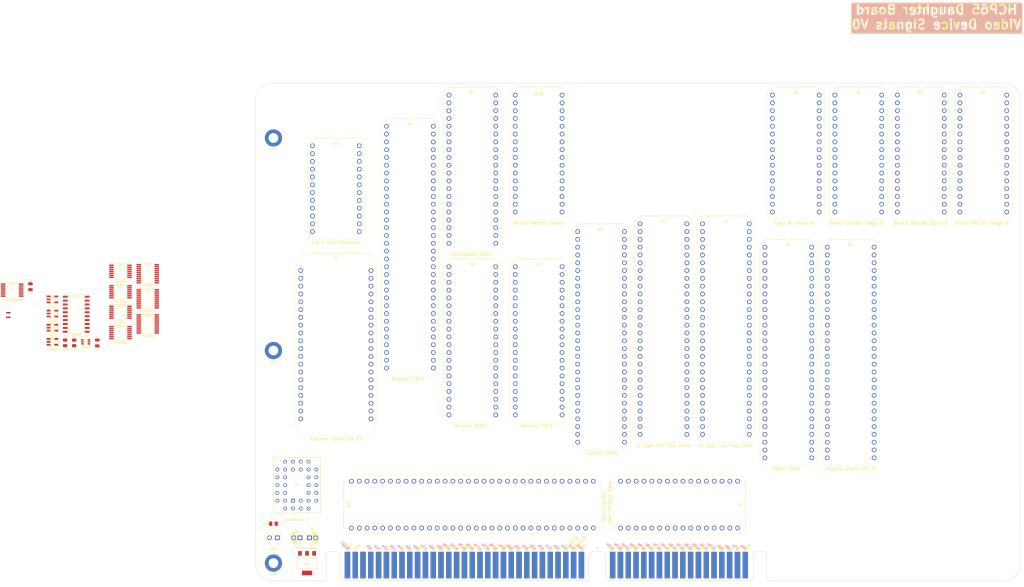
<source format=kicad_pcb>
(kicad_pcb (version 20240108) (generator "pcbnew") (generator_version "8.0")
  (title_block (title "HCP65 Video Board") (date "2024-08-26") (rev "V0"))
  (layers (0 "F.Cu" signal) (31 "B.Cu" signal) (36 "B.SilkS" user "B.Silkscreen") (37 "F.SilkS" user "F.Silkscreen") (38 "B.Mask" user) (39 "F.Mask" user) (44 "Edge.Cuts" user))
  (net 0 "")
  (net 1 "/5V")
  (net 3 "/D7")
  (net 4 "/D6")
  (net 5 "/Addr5")
  (net 7 "/D5")
  (net 8 "/D4")
  (net 9 "/D3")
  (net 10 "/D2")
  (net 11 "/D1")
  (net 12 "/D0")
  (net 13 "/3.3V")
  (net 16 "/A11")
  (net 17 "/A10")
  (net 18 "/A9")
  (net 19 "/A8")
  (net 20 "/A7")
  (net 21 "/A6")
  (net 22 "/A5")
  (net 23 "/A4")
  (net 24 "/A3")
  (net 25 "/A2")
  (net 26 "/A1")
  (net 27 "/A0")
  (net 28 "/~{Reset}")
  (net 29 "/~{WD}")
  (net 30 "/A14")
  (net 31 "/A13")
  (net 32 "/A12")
  (net 34 "/Write Clear Interrupt")
  (net 35 "/Read Flags")
  (net 36 "/Write Flags")
  (net 37 "GND")
  (net 38 "/Addr2")
  (net 39 "/A16")
  (net 40 "/~{RD}")
  (net 41 "/A15")
  (net 42 "/~{Device RAM}")
  (net 43 "/~{Device Select}")
  (net 44 "/C7")
  (net 45 "/C12")
  (net 46 "/Addr9")
  (net 47 "/Addr12")
  (net 48 "/C8")
  (net 49 "/Addr8")
  (net 51 "/Addr4")
  (net 52 "/C13")
  (net 53 "/Addr7")
  (net 57 "/Addr0")
  (net 58 "/C6")
  (net 60 "/C3")
  (net 62 "/Addr11")
  (net 63 "/~{Device ROM}")
  (net 64 "/C10")
  (net 67 "/~{Device Registers}")
  (net 68 "/Addr6")
  (net 71 "/C1")
  (net 72 "/Addr14")
  (net 73 "/C9")
  (net 74 "/C5")
  (net 75 "/C0")
  (net 77 "/Addr3")
  (net 78 "/C2")
  (net 80 "/Addr1")
  (net 81 "/C4")
  (net 83 "/C14")
  (net 84 "/C11")
  (net 85 "/Addr10")
  (net 86 "/Addr13")
  (net 87 "/Source Offset_{5}")
  (net 88 "/Source Offset_{0}")
  (net 93 "/~{A4}")
  (net 103 "/~{WD}+~{Device RAM 1}")
  (net 113 "/~{A3}")
  (net 116 "/CLK1")
  (net 117 "/Source Offset_{4}")
  (net 118 "/Source Offset_{6}")
  (net 119 "/~{RD}+~{Device RAM 1}")
  (net 120 "/Source Offset_{2}")
  (net 121 "/(~{RD}·~{WD})+~{Device RAM 1}")
  (net 123 "/Source Offset_{1}")
  (net 124 "/Source Offset_{3}")
  (net 125 "/Source Offset_{7}")
  (net 126 "/Source Offset_{10}")
  (net 128 "/~{RD}+~{Device RAM 2}")
  (net 131 "/Source Offset_{8}")
  (net 133 "/~{WD}+~{Device RAM 2}")
  (net 135 "/Source Offset_{14}")
  (net 136 "/Source Offset_{13}")
  (net 137 "/Source Offset_{11}")
  (net 138 "/Source Offset_{12}")
  (net 139 "/(~{RD}·~{WD})+~{Device RAM 2}")
  (net 140 "/Source Offset_{9}")
  (net 141 "/Source Offset_{15}")
  (net 142 "/Source A+O_{14}")
  (net 148 "/Source Addr_{16}")
  (net 149 "A12_{M}")
  (net 151 "A0_{M}")
  (net 158 "/A21_{M}")
  (net 159 "/Source Addr_{17}")
  (net 160 "/Source A+O_{0}")
  (net 161 "A15_{M}")
  (net 162 "/Source A+O_{15}")
  (net 163 "/Source A+O_{11}")
  (net 164 "A11_{M}")
  (net 165 "/Source A+O_{4}")
  (net 166 "/Source Addr_{21}")
  (net 167 "/CLK0")
  (net 168 "A9_{M}")
  (net 169 "A4_{M}")
  (net 170 "/Source A+O_{10}")
  (net 171 "A6_{M}")
  (net 172 "/Source Addr_{23}")
  (net 173 "A13_{M}")
  (net 174 "/Source A+O_{7}")
  (net 175 "A1_{M}")
  (net 176 "/Source A+O_{8}")
  (net 177 "A18_{M}")
  (net 178 "A5_{M}")
  (net 179 "/Source A+O_{2}")
  (net 180 "/Source A+O_{3}")
  (net 181 "/~{Main Read}")
  (net 182 "/Source Addr_{22}")
  (net 183 "/Source A+O_{5}")
  (net 184 "/A23_{M}")
  (net 185 "A10_{M}")
  (net 186 "/Source Addr_{19}")
  (net 187 "/A22_{M}")
  (net 188 "/Source A+O_{9}")
  (net 189 "/Source A+O_{12}")
  (net 190 "A16_{M}")
  (net 191 "Net-(LED1-K)")
  (net 192 "A17_{M}")
  (net 193 "A7_{M}")
  (net 194 "A2_{M}")
  (net 195 "A14_{M}")
  (net 196 "A3_{M}")
  (net 197 "/Source A+O_{6}")
  (net 198 "/Source Addr_{18}")
  (net 199 "A19_{M}")
  (net 200 "A8_{M}")
  (net 201 "/Source A+O_{1}")
  (net 202 "A20_{M}")
  (net 203 "/Source A+O_{13}")
  (net 204 "/Source Addr_{20}")
  (net 205 "/Read Count Offset Start Low")
  (net 206 "/Read Count Offset Start High")
  (net 207 "/Write Count Offset Start High")
  (net 208 "/~{Write Start_{2}}")
  (net 209 "/Write Count Offset Start Low")
  (net 215 "/Running")
  (net 216 "/Source Addr_{10}")
  (net 217 "/Source Addr_{2}")
  (net 218 "/Source Addr_{3}")
  (net 219 "/Source Addr_{14}")
  (net 220 "/Source Addr_{1}")
  (net 222 "/Source Addr_{8}")
  (net 223 "/Source Addr_{13}")
  (net 224 "/Source Addr_{5}")
  (net 225 "/Source Addr_{7}")
  (net 226 "/Source Addr_{12}")
  (net 227 "/Source Addr_{4}")
  (net 228 "/Source Addr_{15}")
  (net 229 "/Source Addr_{6}")
  (net 230 "/Source Addr_{9}")
  (net 232 "/Source Addr_{0}")
  (net 233 "/Source Addr_{11}")
  (net 234 "/~{Read}")
  (net 235 "D2_{M}")
  (net 236 "D1_{M}")
  (net 237 "D3_{M}")
  (net 238 "D4_{M}")
  (net 239 "/MD3")
  (net 240 "/MD0")
  (net 241 "/MD1")
  (net 242 "D0_{M}")
  (net 243 "/~{Write}")
  (net 244 "/MD5")
  (net 245 "/MD2")
  (net 246 "/MD4")
  (net 248 "D5_{M}")
  (net 249 "D6_{M}")
  (net 250 "~{Main}")
  (net 251 "~{Main Access}")
  (net 252 "D7_{M}")
  (net 255 "/MD7")
  (net 256 "/MD6")
  (net 258 "/Transparency Enable")
  (net 259 "~{Enable}_{D}")
  (net 260 "/MCLK")
  (net 262 "~{Interrupt}_{D}")
  (net 264 "/~{Done}")
  (net 265 "/Read Source Address Bank")
  (net 266 "/Read Source Address High")
  (net 267 "/Write Count Offset Stop Low")
  (net 268 "/Write Source Address Low")
  (net 269 "/Write Source Address Bank")
  (net 270 "/Read Source Address Low")
  (net 271 "/Write Count Offset Stop High")
  (net 273 "/Write Source Address High")
  (net 274 "H0_{D}")
  (net 275 "H2_{D}")
  (net 276 "H1_{D}")
  (net 277 "~{Reset}_{System}")
  (net 278 "~{Reset}_{D}")
  (net 279 "/Dest Addr_{12}")
  (net 281 "/Dest Addr_{4}")
  (net 282 "/Dest Addr_{13}")
  (net 283 "/Dest Addr_{19}")
  (net 284 "/Dest Addr_{5}")
  (net 285 "/Dest Addr_{15}")
  (net 287 "/Dest Addr_{17}")
  (net 289 "/Dest Addr_{11}")
  (net 290 "/Dest Addr_{6}")
  (net 292 "/Dest Addr_{16}")
  (net 293 "/Dest Addr_{2}")
  (net 294 "/Dest Addr_{20}")
  (net 295 "/Dest Addr_{7}")
  (net 296 "/Write Dest Address High")
  (net 297 "/Write Dest Address Low")
  (net 298 "/Dest Addr_{21}")
  (net 299 "/Write Dest Address Bank")
  (net 300 "/Dest Addr_{22}")
  (net 305 "/Dest Addr_{23}")
  (net 306 "/Dest Addr_{14}")
  (net 307 "/Dest Addr_{1}")
  (net 308 "/Dest Addr_{10}")
  (net 309 "/Dest Addr_{8}")
  (net 310 "/Dest Addr_{0}")
  (net 311 "/Dest Addr_{3}")
  (net 312 "/Dest Addr_{9}")
  (net 313 "/Dest Addr_{18}")
  (net 323 "/~{Main Write}")
  (net 329 "/Write Start")
  (net 331 "/Read Transparent Colour")
  (net 332 "/Write Transparent Colour")
  (net 334 "D3_{D}")
  (net 335 "D1_{D}")
  (net 336 "A2_{D}")
  (net 337 "A15_{D}")
  (net 338 "D4_{D}")
  (net 339 "A0_{D}")
  (net 340 "A9_{D}")
  (net 341 "D0_{D}")
  (net 342 "A16_{D}")
  (net 343 "A1_{D}")
  (net 344 "A3_{D}")
  (net 345 "~{RD}_{D}")
  (net 346 "~{Select}_{D}")
  (net 347 "~{WD}_{D}")
  (net 348 "D5_{D}")
  (net 349 "A10_{D}")
  (net 350 "A14_{D}")
  (net 351 "A7_{D}")
  (net 352 "A8_{D}")
  (net 353 "A11_{D}")
  (net 354 "A5_{D}")
  (net 355 "A4_{D}")
  (net 356 "D6_{D}")
  (net 357 "A12_{D}")
  (net 358 "A6_{D}")
  (net 359 "A13_{D}")
  (net 360 "D7_{D}")
  (net 361 "D2_{D}")
  (net 382 "12V")
  (net 383 "Net-(IC8-Y)")
  (net 384 "Net-(IC8-~{Y})")
  (net 386 "~{RD}_{M}")
  (net 387 "~{WD}_{M}")
  (net 391 "/~{Write Start}")
  (net 393 "CLK_{M}")
  (net 395 "/~{Write Start_{1}}")
  (net 396 "/Write Start_{2}")
  (net 397 "/Write Start_{1}")
  (net 399 "/~{MCLK}")
  (net 400 "/CLK2")
  (net 401 "/CLK3")
  (net 402 "/T6")
  (net 403 "Net-(IC11-~{P=Q})")
  (net 404 "/T4")
  (net 405 "/T7")
  (net 406 "/T1")
  (net 407 "/T2")
  (net 408 "/T3")
  (net 409 "/T5")
  (net 410 "/T0")
  (net 411 "/~{Read Transparent Colour}")
  (net 414 "/~{Transparent}")
  (net 417 "/Transparent")
  (net 418 "/~{Write w{slash}o Tansparency}")
  (net 419 "CLK_{D}")
  (net 420 "~{CLK}_{D}")
  (net 421 "~{Memory_B}")
  (net 422 "~{Memory_A}")
  (footprint "HCP65_Parts:HCP65_MountingHole_M3_" (layer "F.Cu") (at 25.4 20.32)
    (property "Reference" "H19" (hide yes))
    (property "Value" "MountingHole_Pad")
  )
  (footprint "HCP65_Parts:HCP65_Memory_32KB_With_Latch" (layer "F.Cu") (at 82.55 62.23)
    (property "Reference" "B2")
    (property "Value" "Memory 32KB" (hide yes))
  )
  (footprint "SamacSys_Parts:CP_Radial_D4.0mm_P2.00mm" (layer "F.Cu") (at 37.1274 150.495)
    (property "Reference" "C2")
    (property "Value" "100μF")
  )
  (footprint "SamacSys_Parts:SOP65P210X110-6N" (layer "F.Cu") (at -35.736 86.71)
    (property "Reference" "IC8")
    (property "Value" "74LVC1GX04GW,125" (hide yes))
  )
  (footprint "SamacSys_Parts:LED_D5.0mm" (layer "F.Cu") (at 26.675 150.495 180)
    (property "Reference" "LED1")
    (property "Value" "LED")
  )
  (footprint "HCP65_Parts:HCP65_Device_Buffer" (layer "F.Cu") (at 50.8 147.32 90)
    (property "Reference" "B16")
    (property "Value" "Device Buffer" (hide yes))
  )
  (footprint "HCP65_Parts:HCP65_D_Flip_Flop_24bit" (layer "F.Cu") (at 144.78 48.26)
    (property "Reference" "B14")
    (property "Value" "D-type Flip Flop 24bit" (hide yes))
  )
  (footprint "HCP65_Parts:HCP65_Main_Memory_Data" (layer "F.Cu") (at 176.53 132.08 -90)
    (property "Reference" "B7")
    (property "Value" "Main Memory Data" (hide yes))
  )
  (footprint "SamacSys_Parts:98pin Edge Connector" (layer "F.Cu") (at 42.1132 164.465)
    (property "Reference" "J5")
    (property "Value" "395-098-520-350")
    (fp_line (start 0.5 -8.413) (end 0.5 -0.5) (stroke (width 0.1)) (layer "Edge.Cuts"))
    (fp_line (start 0.5 -0.5) (end 0 0) (stroke (width 0.1)) (layer "Edge.Cuts"))
    (fp_line (start 3.81 -9.479799) (end 1.577048 -9.479799) (stroke (width 0.1)) (layer "Edge.Cuts"))
    (fp_line (start 4.887048 -8.413) (end 4.887048 -0.5) (stroke (width 0.1)) (layer "Edge.Cuts"))
    (fp_line (start 4.887048 -0.5) (end 5.387048 0) (stroke (width 0.1)) (layer "Edge.Cuts"))
    (fp_line (start 85.540048 0) (end 5.387048 0) (stroke (width 0.1)) (layer "Edge.Cuts"))
    (fp_line (start 86.040048 -8.4) (end 86.040048 -0.5) (stroke (width 0.1)) (layer "Edge.Cuts"))
    (fp_line (start 86.040048 -0.5) (end 85.540048 0) (stroke (width 0.1)) (layer "Edge.Cuts"))
    (fp_line (start 87.117096 -9.466799) (end 90.297 -9.466799) (stroke (width 0.1)) (layer "Edge.Cuts"))
    (fp_line (start 91.374048 -8.4) (end 91.374048 -0.5) (stroke (width 0.1)) (layer "Edge.Cuts"))
    (fp_line (start 91.374048 -0.5) (end 91.874048 0) (stroke (width 0.1)) (layer "Edge.Cuts"))
    (fp_line (start 138.999048 0) (end 91.874048 0) (stroke (width 0.1)) (layer "Edge.Cuts"))
    (fp_line (start 139.499048 -8.4) (end 139.499048 -0.5) (stroke (width 0.1)) (layer "Edge.Cuts"))
    (fp_line (start 139.499048 -0.5) (end 138.999048 0) (stroke (width 0.1)) (layer "Edge.Cuts"))
    (fp_line (start 140.576096 -9.466799) (end 142.809048 -9.466799) (stroke (width 0.1)) (layer "Edge.Cuts"))
    (fp_line (start 143.886096 -8.4) (end 143.886096 -0.5) (stroke (width 0.1)) (layer "Edge.Cuts"))
    (fp_line (start 143.886096 -0.5) (end 144.386096 0) (stroke (width 0.1)) (layer "Edge.Cuts"))
    (fp_arc (start 0.5 -8.413) (mid 0.817585 -9.169461) (end 1.577048 -9.479799) (stroke (width 0.1)) (layer "Edge.Cuts"))
    (fp_arc (start 3.81 -9.479799) (mid 4.569467 -9.169465) (end 4.887048 -8.413) (stroke (width 0.1)) (layer "Edge.Cuts"))
    (fp_arc (start 86.040048 -8.4) (mid 86.35762 -9.156489) (end 87.117096 -9.466799) (stroke (width 0.1)) (layer "Edge.Cuts"))
    (fp_arc (start 90.297 -9.466799) (mid 91.056441 -9.156453) (end 91.374048 -8.4) (stroke (width 0.1)) (layer "Edge.Cuts"))
    (fp_arc (start 139.499048 -8.4) (mid 139.81662 -9.156489) (end 140.576096 -9.466799) (stroke (width 0.1)) (layer "Edge.Cuts"))
    (fp_arc (start 142.809048 -9.466799) (mid 143.568523 -9.156472) (end 143.886096 -8.4) (stroke (width 0.1)) (layer "Edge.Cuts"))
  )
  (footprint "HCP65_Parts:HCP65_Flags_Interrupt" (layer "F.Cu") (at 187.858 6.35)
    (property "Reference" "B8")
    (property "Value" "Flags & Interrupt" (hide yes))
  )
  (footprint "NetTie:NetTie-2_SMD_Pad0.5mm" (layer "F.Cu") (at -60.922 77.234)
    (property "Reference" "NT1" (hide yes))
    (property "Value" "NetTie_2" (hide yes))
  )
  (footprint "HCP65_Parts:HCP65_Device_Decode_Stage_B" (layer "F.Cu") (at 248.92 6.35)
    (property "Reference" "B15")
    (property "Value" "Device Decode Stage B" (hide yes))
  )
  (footprint "HCP65_Parts:HCP65_Selector_18bit" (layer "F.Cu") (at 62.23 16.51)
    (property "Reference" "B1")
    (property "Value" "Selector 18bit" (hide yes))
  )
  (footprint "SamacSys_Parts:R_0805" (layer "F.Cu") (at -39.476 87.04)
    (property "Reference" "R2")
    (property "Value" "20Ω")
  )
  (footprint "SamacSys_Parts:R_0805" (layer "F.Cu") (at 25.4 145.923 -90)
    (property "Reference" "R3")
    (property "Value" "10KΩ")
  )
  (footprint "SamacSys_Parts:CP_Radial_D4.0mm_P2.00mm" (layer "F.Cu") (at 34.036 150.495 180)
    (property "Reference" "C1")
    (property "Value" "10μF")
  )
  (footprint "SamacSys_Parts:SOP65P640X110-20N" (layer "F.Cu") (at -15.511 64.525)
    (property "Reference" "IC7")
    (property "Value" "74LVC573APW,118" (hide yes))
  )
  (footprint "HCP65_Parts:HCP65_Counter_16bit_DIO" (layer "F.Cu") (at 34.29 63.5)
    (property "Reference" "B5")
    (property "Value" "Counter 16bit with IO" (hide yes))
  )
  (footprint "HCP65_Parts:HCP65_Memory_32KB_With_Latch" (layer "F.Cu") (at 104.14 62.23)
    (property "Reference" "B3")
    (property "Value" "Memory 32KB" (hide yes))
  )
  (footprint "SamacSys_Parts:SOP65P640X110-14N" (layer "F.Cu") (at -24.411 70.4)
    (property "Reference" "IC9")
    (property "Value" "74LVC04APW,118" (hide yes))
  )
  (footprint "SamacSys_Parts:SOT95P275X110-5N" (layer "F.Cu") (at -46.561 86.706)
    (property "Reference" "IC16")
    (property "Value" "74LVC1G32GV,125" (hide yes))
  )
  (footprint "SamacSys_Parts:5408803224008" (layer "F.Cu") (at 31.75 138.43)
    (property "Reference" "IC2")
    (property "Value" "SST39VF010-70-4I-NHE" (hide yes))
  )
  (footprint "HCP65_Parts:HCP65_MountingHole_M3_" (layer "F.Cu") (at 25.4 89.535)
    (property "Reference" "H1" (hide yes))
    (property "Value" "MountingHole_Pad")
  )
  (footprint "SamacSys_Parts:SOP65P640X110-14N" (layer "F.Cu") (at -24.411 77.05)
    (property "Reference" "IC10")
    (property "Value" "74LVC74APW,118" (hide yes))
  )
  (footprint "SamacSys_Parts:C_0805" (layer "F.Cu") (at -53.735 68.766)
    (property "Reference" "C3")
    (property "Value" "5pF")
  )
  (footprint "SamacSys_Parts:C_0805" (layer "F.Cu") (at -31.956 87.076)
    (property "Reference" "C4")
    (property "Value" "5pF")
  )
  (footprint "HCP65_Parts:HCP65_Device_Decode_Stage_A" (layer "F.Cu") (at 228.566 6.35)
    (property "Reference" "B11")
    (property "Value" "Device Decode Stage A" (hide yes))
  )
  (footprint "SamacSys_Parts:SOP65P640X110-14N" (layer "F.Cu") (at -24.411 83.7)
    (property "Reference" "IC14")
    (property "Value" "74LVC04APW,118" (hide yes))
  )
  (footprint "NetTie:NetTie-2_SMD_Pad0.5mm" (layer "F.Cu") (at -60.922 78.734)
    (property "Reference" "NT2" (hide yes))
    (property "Value" "NetTie_2" (hide yes))
  )
  (footprint "HCP65_Parts:HCP65_Video_Device_RAM_Select" (layer "F.Cu") (at 104.14 6.35)
    (property "Reference" "B18")
    (property "Value" "Device Memory Select" (hide yes))
  )
  (footprint "HCP65_Parts:HCP65_Counter_24bit" (layer "F.Cu") (at 124.46 50.8)
    (property "Reference" "B12")
    (property "Value" "Counter 24bit" (hide yes))
  )
  (footprint "SamacSys_Parts:SOP65P640X120-20N" (layer "F.Cu") (at -15.511 80.875)
    (property "Reference" "IC13")
    (property "Value" "74LVC245AT20" (hide yes))
  )
  (footprint "SamacSys_Parts:LD1117S33C" (layer "F.Cu") (at 36.336 158.775 180)
    (property "Reference" "IC1")
    (property "Value" "LD1117S50C" (hide yes))
  )
  (footprint "SamacSys_Parts:SOT95P275X110-5N" (layer "F.Cu") (at -46.561 77.494)
    (property "Reference" "IC6")
    (property "Value" "74LVC1G32GV,125" (hide yes))
  )
  (footprint "SamacSys_Parts:SOP65P640X110-20N" (layer "F.Cu") (at -15.511 72.7)
    (property "Reference" "IC12")
    (property "Value" "74LVC573APW,118" (hide yes))
  )
  (footprint "HCP65_Parts:HCP65_Device_Decode_Stage_B" (layer "F.Cu") (at 208.212 6.35)
    (property "Reference" "B9")
    (property "Value" "Device Decode Stage B" (hide yes))
  )
  (footprint "SamacSys_Parts:SOT95P275X110-5N" (layer "F.Cu") (at -46.561 82.1)
    (property "Reference" "IC15")
    (property "Value" "74LVC1G32GV,125" (hide yes))
  )
  (footprint "HCP65_Parts:HCP65_D_Flip_Flop_24bit" (layer "F.Cu") (at 165.1 48.26)
    (property "Reference" "B4")
    (property "Value" "D-type Flip Flop 24bit" (hide yes))
  )
  (footprint "HCP65_Parts:HCP65_Clock_Hold_Standard" (layer "F.Cu") (at 38.1 22.86)
    (property "Reference" "B10")
    (property "Value" "Clock Hold Standard" (hide yes))
  )
  (footprint "SamacSys_Parts:SOP65P640X110-14N" (layer "F.Cu") (at -24.411 63.75)
    (property "Reference" "IC5")
    (property "Value" "74LVC74APW,118" (hide yes))
  )
  (footprint "HCP65_Parts:HCP65_Adder_16bit" (layer "F.Cu") (at 185.42 55.88)
    (property "Reference" "B6")
    (property "Value" "Adder 16bit" (hide yes))
  )
  (footprint "SamacSys_Parts:SOIC127P780X200-20N" (layer "F.Cu") (at -38.814 77.714)
    (property "Reference" "IC11")
    (property "Value" "SN74F521NSR" (hide yes))
  )
  (footprint "SamacSys_Parts:SOP65P640X110-14N" (layer "F.Cu") (at -59.69 69.85)
    (property "Reference" "IC3")
    (property "Value" "74LVC125APW-Q100J" (hide yes))
  )
  (footprint "HCP65_Parts:HCP65_MountingHole_M3_" (layer "F.Cu") (at 25.4 158.75)
    (property "Reference" "H9" (hide yes))
    (property "Value" "MountingHole_Pad")
  )
  (footprint "SamacSys_Parts:R_0805" (layer "F.Cu") (at -42.426 87.04)
    (property "Reference" "R1")
    (property "Value" "20Ω")
  )
  (footprint "HCP65_Parts:HCP65_Comparator_16bit" (layer "F.Cu") (at 82.55 6.35)
    (property "Reference" "B17")
    (property "Value" "Comparator 16bit" (hide yes))
  )
  (footprint "SamacSys_Parts:SOT95P275X110-5N" (layer "F.Cu") (at -46.561 72.888)
    (property "Reference" "IC4")
    (property "Value" "74LVC1G32GV,125" (hide yes))
  )
  (footprint "HCP65_Parts:HCP65_Register_24bit_DIO" (layer "F.Cu") (at 205.74 55.88)
    (property "Reference" "B13")
    (property "Value" "Register 24bit with IO" (hide yes))
  )
  (gr_line (start 263.406 164.465001) (end 186.5 164.465) (stroke (width 0.1)) (layer "Edge.Cuts"))
  (gr_line (start 19.558 159.385) (end 19.55 7.62) (stroke (width 0.1)) (layer "Edge.Cuts"))
  (gr_arc (start 19.55 7.62) (mid 21.037898 4.027898) (end 24.63 2.54) (stroke (width 0.1)) (layer "Edge.Cuts"))
  (gr_arc (start 263.397999 2.54) (mid 266.990102 4.027897) (end 268.477999 7.62) (stroke (width 0.1)) (layer "Edge.Cuts"))
  (gr_arc (start 268.486 159.385001) (mid 266.998102 162.977103) (end 263.406 164.465001) (stroke (width 0.1)) (layer "Edge.Cuts"))
  (gr_line (start 268.486 159.385001) (end 268.477999 7.62) (stroke (width 0.1)) (layer "Edge.Cuts"))
  (gr_line (start 263.397999 2.54) (end 24.63 2.54) (stroke (width 0.1)) (layer "Edge.Cuts"))
  (gr_line (start 42.1132 164.465) (end 24.638 164.465) (stroke (width 0.1)) (layer "Edge.Cuts"))
  (gr_arc (start 24.638 164.465) (mid 21.045898 162.977102) (end 19.558 159.385) (stroke (width 0.1)) (layer "Edge.Cuts"))
  (gr_text "A13_{M}" (at 161.29 154.813 315) (layer "B.SilkS") (effects (font (size 0.8 0.8) (thickness 0.2) (bold yes)) (justify left bottom mirror)))
  (gr_text "H1_{D}" (at 123.19 154.813 315) (layer "B.SilkS") (effects (font (size 0.8 0.8) (thickness 0.2) (bold yes)) (justify left bottom mirror)))
  (gr_text "D7_{D}" (at 100.457 154.813 315) (layer "B.SilkS") (effects (font (size 0.8 0.8) (thickness 0.2) (bold yes)) (justify left bottom mirror)))
  (gr_text "D5_{D}" (at 105.41 154.813 315) (layer "B.SilkS") (effects (font (size 0.8 0.8) (thickness 0.2) (bold yes)) (justify left bottom mirror)))
  (gr_text "A21_{M}" (at 140.843 154.813 315) (layer "B.SilkS") (effects (font (size 0.8 0.8) (thickness 0.2) (bold yes)) (justify left bottom mirror)))
  (gr_text "A6_{D}" (at 72.39 154.813 315) (layer "B.SilkS") (effects (font (size 0.8 0.8) (thickness 0.2) (bold yes)) (justify left bottom mirror)))
  (gr_text "A8_{M}" (at 173.863 154.813 315) (layer "B.SilkS") (effects (font (size 0.8 0.8) (thickness 0.2) (bold yes)) (justify left bottom mirror)))
  (gr_text "D0_{D}" (at 118.11 154.813 315) (layer "B.SilkS") (effects (font (size 0.8 0.8) (thickness 0.2) (bold yes)) (justify left bottom mirror)))
  (gr_text "A16_{D}" (at 97.79 154.813 315) (layer "B.SilkS") (effects (font (size 0.8 0.8) (thickness 0.2) (bold yes)) (justify left bottom mirror)))
  (gr_text "A18_{M}" (at 148.59 154.813 315) (layer "B.SilkS") (effects (font (size 0.8 0.8) (thickness 0.2) (bold yes)) (justify left bottom mirror)))
  (gr_text "~{Reset}" (at 49.53 154.813 -45) (layer "B.SilkS") (effects (font (size 0.8 0.8) (thickness 0.2) (bold yes)) (justify left bottom mirror)))
  (gr_text "A1_{D}" (at 59.69 154.813 315) (layer "B.SilkS") (effects (font (size 0.8 0.8) (thickness 0.2) (bold yes)) (justify left bottom mirror)))
  (gr_text "HCP65 Daughter Board\nVideo Device Signals V0" (at 241.3 -19.05 0) (layer "B.SilkS" knockout) (effects (font (size 3 3) (thickness 0.6) (bold yes)) (justify mirror)))
  (gr_text "A7_{M}" (at 176.53 154.813 315) (layer "B.SilkS") (effects (font (size 0.8 0.8) (thickness 0.2) (bold yes)) (justify left bottom mirror)))
  (gr_text "A5_{D}" (at 69.85 154.813 315) (layer "B.SilkS") (effects (font (size 0.8 0.8) (thickness 0.2) (bold yes)) (justify left bottom mirror)))
  (gr_text "D2_{D}" (at 113.03 154.813 315) (layer "B.SilkS") (effects (font (size 0.8 0.8) (thickness 0.2) (bold yes)) (justify left bottom mirror)))
  (gr_text "A16_{M}" (at 153.67 154.813 315) (layer "B.SilkS") (effects (font (size 0.8 0.8) (thickness 0.2) (bold yes)) (justify left bottom mirror)))
  (gr_text "A4_{D}" (at 67.31 154.813 315) (layer "B.SilkS") (effects (font (size 0.8 0.8) (thickness 0.2) (bold yes)) (justify left bottom mirror)))
  (gr_text "D6_{D}" (at 102.87 154.813 315) (layer "B.SilkS") (effects (font (size 0.8 0.8) (thickness 0.2) (bold yes)) (justify left bottom mirror)))
  (gr_text "A11_{D}" (at 85.09 154.813 315) (layer "B.SilkS") (effects (font (size 0.8 0.8) (thickness 0.2) (bold yes)) (justify left bottom mirror)))
  (gr_text "A9_{M}" (at 171.45 154.813 315) (layer "B.SilkS") (effects (font (size 0.8 0.8) (thickness 0.2) (bold yes)) (justify left bottom mirror)))
  (gr_text "A12_{D}" (at 87.63 154.813 315) (layer "B.SilkS") (effects (font (size 0.8 0.8) (thickness 0.2) (bold yes)) (justify left bottom mirror)))
  (gr_text "A14_{M}" (at 158.75 154.813 315) (layer "B.SilkS") (effects (font (size 0.8 0.8) (thickness 0.2) (bold yes)) (justify left bottom mirror)))
  (gr_text "D3_{D}" (at 110.49 154.813 315) (layer "B.SilkS") (effects (font (size 0.8 0.8) (thickness 0.2) (bold yes)) (justify left bottom mirror)))
  (gr_text "H2_{D}" (at 120.65 154.813 315) (layer "B.SilkS") (effects (font (size 0.8 0.8) (thickness 0.2) (bold yes)) (justify left bottom mirror)))
  (gr_text "A19_{M}" (at 146.05 154.813 315) (layer "B.SilkS") (effects (font (size 0.8 0.8) (thickness 0.2) (bold yes)) (justify left bottom mirror)))
  (gr_text "A20_{M}" (at 143.51 154.813 315) (layer "B.SilkS") (effects (font (size 0.8 0.8) (thickness 0.2) (bold yes)) (justify left bottom mirror)))
  (gr_text "H0_{D}" (at 125.73 154.813 315) (layer "B.SilkS") (effects (font (size 0.8 0.8) (thickness 0.2) (bold yes)) (justify left bottom mirror)))
  (gr_text "A6_{M}" (at 179.07 154.813 315) (layer "B.SilkS") (effects (font (size 0.8 0.8) (thickness 0.2) (bold yes)) (justify left bottom mirror)))
  (gr_text "A11_{M}" (at 166.37 154.813 315) (layer "B.SilkS") (effects (font (size 0.8 0.8) (thickness 0.2) (bold yes)) (justify left bottom mirror)))
  (gr_text "A12_{M}" (at 163.83 154.813 315) (layer "B.SilkS") (effects (font (size 0.8 0.8) (thickness 0.2) (bold yes)) (justify left bottom mirror)))
  (gr_text "A17_{M}" (at 151.13 154.813 315) (layer "B.SilkS") (effects (font (size 0.8 0.8) (thickness 0.2) (bold yes)) (justify left bottom mirror)))
  (gr_text "D4_{D}" (at 107.95 154.813 315) (layer "B.SilkS") (effects (font (size 0.8 0.8) (thickness 0.2) (bold yes)) (justify left bottom mirror)))
  (gr_text "A13_{D}" (at 90.17 154.813 315) (layer "B.SilkS") (effects (font (size 0.8 0.8) (thickness 0.2) (bold yes)) (justify left bottom mirror)))
  (gr_text "A23_{M}" (at 135.89 154.813 315) (layer "B.SilkS") (effects (font (size 0.8 0.8) (thickness 0.2) (bold yes)) (justify left bottom mirror)))
  (gr_text "A9_{D}" (at 80.01 154.813 315) (layer "B.SilkS") (effects (font (size 0.8 0.8) (thickness 0.2) (bold yes)) (justify left bottom mirror)))
  (gr_text "A10_{M}" (at 168.91 154.813 315) (layer "B.SilkS") (effects (font (size 0.8 0.8) (thickness 0.2) (bold yes)) (justify left bottom mirror)))
  (gr_text "A8_{D}" (at 77.47 154.813 315) (layer "B.SilkS") (effects (font (size 0.8 0.8) (thickness 0.2) (bold yes)) (justify left bottom mirror)))
  (gr_text "A3_{D}" (at 64.77 154.813 315) (layer "B.SilkS") (effects (font (size 0.8 0.8) (thickness 0.2) (bold yes)) (justify left bottom mirror)))
  (gr_text "A22_{M}" (at 138.43 154.813 315) (layer "B.SilkS") (effects (font (size 0.8 0.8) (thickness 0.2) (bold yes)) (justify left bottom mirror)))
  (gr_text "A10_{D}" (at 82.55 154.813 315) (layer "B.SilkS") (effects (font (size 0.8 0.8) (thickness 0.2) (bold yes)) (justify left bottom mirror)))
  (gr_text "A14_{D}" (at 92.71 154.813 315) (layer "B.SilkS") (effects (font (size 0.8 0.8) (thickness 0.2) (bold yes)) (justify left bottom mirror)))
  (gr_text "A0_{D}" (at 57.15 154.813 315) (layer "B.SilkS") (effects (font (size 0.8 0.8) (thickness 0.2) (bold yes)) (justify left bottom mirror)))
  (gr_text "D1_{D}" (at 115.57 154.813 315) (layer "B.SilkS") (effects (font (size 0.8 0.8) (thickness 0.2) (bold yes)) (justify left bottom mirror)))
  (gr_text "A15_{D}" (at 95.25 154.813 315) (layer "B.SilkS") (effects (font (size 0.8 0.8) (thickness 0.2) (bold yes)) (justify left bottom mirror)))
  (gr_text "A15_{M}" (at 156.21 154.813 315) (layer "B.SilkS") (effects (font (size 0.8 0.8) (thickness 0.2) (bold yes)) (justify left bottom mirror)))
  (gr_text "A7_{D}" (at 74.93 154.813 315) (layer "B.SilkS") (effects (font (size 0.8 0.8) (thickness 0.2) (bold yes)) (justify left bottom mirror)))
  (gr_text "A2_{D}" (at 62.23 154.813 315) (layer "B.SilkS") (effects (font (size 0.8 0.8) (thickness 0.2) (bold yes)) (justify left bottom mirror)))
  (gr_text "~{EN}_{D}" (at 102.997 154.94 45) (layer "F.SilkS") (effects (font (size 0.8 0.8) (thickness 0.2) (bold yes)) (justify left bottom)))
  (gr_text "GND" (at 107.95 154.813 45) (layer "F.SilkS") (effects (font (size 0.8 0.8) (thickness 0.2) (bold yes)) (justify left bottom)))
  (gr_text "GND" (at 72.39 154.813 45) (layer "F.SilkS") (effects (font (size 0.8 0.8) (thickness 0.2) (bold yes)) (justify left bottom)))
  (gr_text "A0_{M}" (at 176.53 154.813 45) (layer "F.SilkS") (effects (font (size 0.8 0.8) (thickness 0.2) (bold yes)) (justify left bottom)))
  (gr_text "D6_{M}" (at 138.43 154.813 45) (layer "F.SilkS") (effects (font (size 0.8 0.8) (thickness 0.2) (bold yes)) (justify left bottom)))
  (gr_text "~{CLK}_{D}" (at 87.63 154.813 45) (layer "F.SilkS") (effects (font (size 0.8 0.8) (thickness 0.2) (bold yes)) (justify left bottom)))
  (gr_text "A3_{M}" (at 168.91 154.813 45) (layer "F.SilkS") (effects (font (size 0.8 0.8) (thickness 0.2) (bold yes)) (justify left bottom)))
  (gr_text "CLK_{D}" (at 85.09 154.813 45) (layer "F.SilkS") (effects (font (size 0.8 0.8) (thickness 0.2) (bold yes)) (justify left bottom)))
  (gr_text "12V" (at 49.53 154.813 45) (layer "F.SilkS") (effects (font (size 0.8 0.8) (thickness 0.2) (bold yes)) (justify left bottom)))
  (gr_text "D2_{M}" (at 148.59 154.813 45) (layer "F.SilkS") (effects (font (size 0.8 0.8) (thickness 0.2) (bold yes)) (justify left bottom)))
  (gr_text "~{RD}_{M}" (at 163.83 154.813 45) (layer "F.SilkS") (effects (font (size 0.8 0.8) (thickness 0.2) (bold yes)) (justify left bottom)))
  (gr_text "HCP65 Daughter Board\nVideo Device Signals V0" (at 241.3 -19.05 0) (layer "F.SilkS" knockout) (effects (font (size 3 3) (thickness 0.6) (bold yes))))
  (gr_text "D0_{M}" (at 153.67 154.813 45) (layer "F.SilkS") (effects (font (size 0.8 0.8) (thickness 0.2) (bold yes)) (justify left bottom)))
  (gr_text "D4_{M}" (at 143.51 154.813 45) (layer "F.SilkS") (effects (font (size 0.8 0.8) (thickness 0.2) (bold yes)) (justify left bottom)))
  (gr_text "D7_{M}" (at 158.75 154.813 45) (layer "F.SilkS") (effects (font (size 0.8 0.8) (thickness 0.2) (bold yes)) (justify left bottom)))
  (gr_text "~{RES}_{D}" (at 97.79 154.813 45) (layer "F.SilkS") (effects (font (size 0.8 0.8) (thickness 0.2) (bold yes)) (justify left bottom)))
  (gr_text "GND" (at 125.73 154.813 45) (layer "F.SilkS") (effects (font (size 0.8 0.8) (thickness 0.2) (bold yes)) (justify left bottom)))
  (gr_text "D3_{M}" (at 146.05 154.813 45) (layer "F.SilkS") (effects (font (size 0.8 0.8) (thickness 0.2) (bold yes)) (justify left bottom)))
  (gr_text "~{INT}_{D}" (at 95.25 154.813 45) (layer "F.SilkS") (effects (font (size 0.8 0.8) (thickness 0.2) (bold yes)) (justify left bottom)))
  (gr_text "A4_{M}" (at 166.37 154.813 45) (layer "F.SilkS") (effects (font (size 0.8 0.8) (thickness 0.2) (bold yes)) (justify left bottom)))
  (gr_text "~{Memory B}" (at 123.19 154.813 45) (layer "F.SilkS") (effects (font (size 0.8 0.8) (thickness 0.2) (bold yes)) (justify left bottom)))
  (gr_text "GND" (at 90.17 154.813 45) (layer "F.SilkS") (effects (font (size 0.8 0.8) (thickness 0.2) (bold yes)) (justify left bottom)))
  (gr_text "D7_{M}" (at 135.89 154.813 45) (layer "F.SilkS") (effects (font (size 0.8 0.8) (thickness 0.2) (bold yes)) (justify left bottom)))
  (gr_text "~{RD}_{D}" (at 80.01 154.813 45) (layer "F.SilkS") (effects (font (size 0.8 0.8) (thickness 0.2) (bold yes)) (justify left bottom)))
  (gr_text "A1_{M}" (at 173.863 154.813 45) (layer "F.SilkS") (effects (font (size 0.8 0.8) (thickness 0.2) (bold yes)) (justify left bottom)))
  (gr_text "A2_{M}" (at 171.45 154.813 45) (layer "F.SilkS") (effects (font (size 0.8 0.8) (thickness 0.2) (bold yes)) (justify left bottom)))
  (gr_text "GND" (at 179.07 154.813 45) (layer "F.SilkS") (effects (font (size 0.8 0.8) (thickness 0.2) (bold yes)) (justify left bottom)))
  (gr_text "GND" (at 156.21 154.813 45) (layer "F.SilkS") (effects (font (size 0.8 0.8) (thickness 0.2) (bold yes)) (justify left bottom)))
  (gr_text "~{WD}_{M}" (at 161.29 154.813 45) (layer "F.SilkS") (effects (font (size 0.8 0.8) (thickness 0.2) (bold yes)) (justify left bottom)))
  (gr_text "~{SEL}_{D}" (at 100.33 154.813 45) (layer "F.SilkS") (effects (font (size 0.8 0.8) (thickness 0.2) (bold yes)) (justify left bottom)))
  (gr_text "~{WD}_{D}" (at 82.55 154.813 45) (layer "F.SilkS") (effects (font (size 0.8 0.8) (thickness 0.2) (bold yes)) (justify left bottom)))
  (gr_text "D1_{M}" (at 151.13 154.813 45) (layer "F.SilkS") (effects (font (size 0.8 0.8) (thickness 0.2) (bold yes)) (justify left bottom)))
  (gr_text "GND" (at 52.07 154.813 45) (layer "F.SilkS") (effects (font (size 0.8 0.8) (thickness 0.2) (bold yes)) (justify left bottom)))
  (gr_text "~{Memory A}" (at 120.65 154.813 45) (layer "F.SilkS") (effects (font (size 0.8 0.8) (thickness 0.2) (bold yes)) (justify left bottom)))
  (gr_text "D5_{M}" (at 140.843 154.813 45) (layer "F.SilkS") (effects (font (size 0.8 0.8) (thickness 0.2) (bold yes)) (justify left bottom)))
)
</source>
